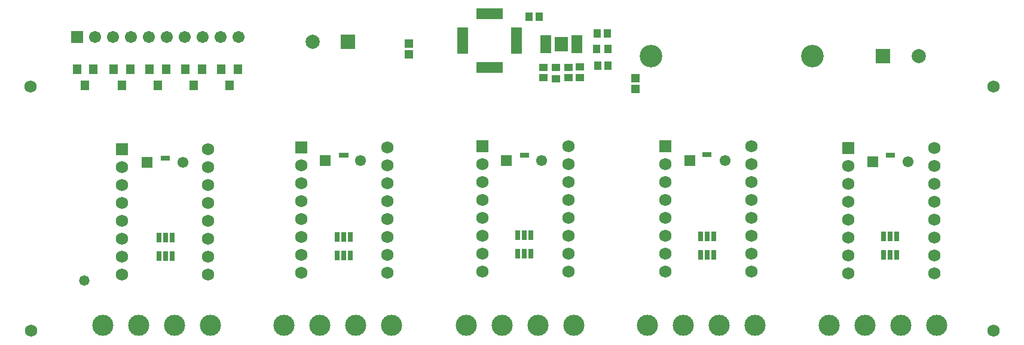
<source format=gbr>
G04 Layer_Color=8388736*
%FSLAX45Y45*%
%MOMM*%
%TF.FileFunction,Soldermask,Top*%
%TF.Part,Single*%
G01*
G75*
%TA.AperFunction,SMDPad,CuDef*%
%ADD36R,0.98320X1.18320*%
%ADD37R,1.18320X0.98320*%
%ADD38R,1.60320X3.80320*%
%ADD39R,3.80320X1.60320*%
%ADD40R,1.15320X1.10320*%
%ADD41R,1.22320X1.47320*%
%ADD42R,0.80320X1.35320*%
%ADD43R,1.14320X1.17320*%
%ADD44R,1.88320X2.08320*%
%ADD45R,1.62820X0.50320*%
%ADD46R,1.10320X1.15320*%
%ADD47R,0.67320X0.64320*%
%TA.AperFunction,ViaPad*%
%ADD48C,1.72720*%
%TA.AperFunction,ComponentPad*%
%ADD49C,2.99320*%
%ADD50R,2.00320X2.00320*%
%ADD51C,2.00320*%
%ADD52R,1.70320X1.70320*%
%ADD53C,1.70320*%
%ADD54R,1.55320X1.55320*%
%ADD55C,1.55320*%
%ADD56C,1.72720*%
%ADD57R,1.72720X1.72720*%
%ADD58C,3.20320*%
%TA.AperFunction,ViaPad*%
%ADD59C,1.47320*%
D36*
X10503200Y7442200D02*
D03*
X10363200D02*
D03*
X11468400Y7200900D02*
D03*
X11328400D02*
D03*
X11481100Y6743700D02*
D03*
X11341100D02*
D03*
D37*
X10922000Y6718600D02*
D03*
Y6578600D02*
D03*
X10566400Y6718600D02*
D03*
Y6578600D02*
D03*
D38*
X9424400Y7099300D02*
D03*
X10184400D02*
D03*
D39*
X9804400Y7479300D02*
D03*
Y6719300D02*
D03*
D40*
X10744200Y6718300D02*
D03*
Y6558300D02*
D03*
X11087100Y6731000D02*
D03*
Y6571000D02*
D03*
D41*
X6121400Y6464300D02*
D03*
X6006900Y6693300D02*
D03*
X6235900D02*
D03*
X5613400Y6464100D02*
D03*
X5498900Y6693100D02*
D03*
X5727900D02*
D03*
X5105400Y6464300D02*
D03*
X4990900Y6693300D02*
D03*
X5219900D02*
D03*
X4597400Y6464300D02*
D03*
X4482900Y6693300D02*
D03*
X4711900D02*
D03*
X4076700Y6464100D02*
D03*
X3962200Y6693100D02*
D03*
X4191200D02*
D03*
D42*
X5308600Y4045300D02*
D03*
X5213600D02*
D03*
X5118600D02*
D03*
Y4305300D02*
D03*
X5213600D02*
D03*
X5308600D02*
D03*
X7835400Y4051300D02*
D03*
X7740400D02*
D03*
X7645400D02*
D03*
Y4311300D02*
D03*
X7740400D02*
D03*
X7835400D02*
D03*
X10388600Y4076700D02*
D03*
X10293600D02*
D03*
X10198600D02*
D03*
Y4336700D02*
D03*
X10293600D02*
D03*
X10388600D02*
D03*
X12979401Y4064000D02*
D03*
X12884399D02*
D03*
X12789400D02*
D03*
Y4324000D02*
D03*
X12884399D02*
D03*
X12979401D02*
D03*
X15570200Y4064000D02*
D03*
X15475200D02*
D03*
X15380200D02*
D03*
Y4324000D02*
D03*
X15475200D02*
D03*
X15570200D02*
D03*
D43*
X8661400Y7058800D02*
D03*
Y6908800D02*
D03*
X11874500Y6563500D02*
D03*
Y6413500D02*
D03*
D44*
X10820400Y7048500D02*
D03*
D45*
X11041600Y7148500D02*
D03*
Y7098500D02*
D03*
Y7048500D02*
D03*
Y6998500D02*
D03*
Y6948500D02*
D03*
X10599200D02*
D03*
Y6998500D02*
D03*
Y7048500D02*
D03*
Y7098500D02*
D03*
Y7148500D02*
D03*
D46*
X11480800Y6985000D02*
D03*
X11320800D02*
D03*
D47*
X5245100Y5435600D02*
D03*
X5178100D02*
D03*
X15514799Y5473700D02*
D03*
X15447800D02*
D03*
X7772400D02*
D03*
X7705400D02*
D03*
X10333200D02*
D03*
X10266200D02*
D03*
X12915900Y5486400D02*
D03*
X12848900D02*
D03*
D48*
X16941800Y2984500D02*
D03*
Y6451600D02*
D03*
X3302000D02*
D03*
X3314700Y2984500D02*
D03*
D49*
X4330700Y3060700D02*
D03*
X4838700D02*
D03*
X5346700D02*
D03*
X5854700D02*
D03*
X6896100D02*
D03*
X7404100D02*
D03*
X7912100D02*
D03*
X8420100D02*
D03*
X9474200D02*
D03*
X9982200D02*
D03*
X10490200D02*
D03*
X10998200D02*
D03*
X12039600D02*
D03*
X12547600D02*
D03*
X13055600D02*
D03*
X13563600D02*
D03*
X14617700D02*
D03*
X15125700D02*
D03*
X15633701D02*
D03*
X16141701D02*
D03*
D50*
X7797800Y7086600D02*
D03*
X15379700Y6883400D02*
D03*
D51*
X7297800Y7086600D02*
D03*
X15879700Y6883400D02*
D03*
D52*
X3962400Y7150100D02*
D03*
D53*
X4216400D02*
D03*
X4724400D02*
D03*
X4978400D02*
D03*
X5232400D02*
D03*
X5486400D02*
D03*
X5740400D02*
D03*
X5994400D02*
D03*
X6248400D02*
D03*
X4470400D02*
D03*
D54*
X4957000Y5372101D02*
D03*
X15231300Y5384801D02*
D03*
X7475600Y5397501D02*
D03*
X10041000D02*
D03*
X12640500Y5397501D02*
D03*
D55*
X5457000Y5372099D02*
D03*
X15731300Y5384799D02*
D03*
X7975600Y5397500D02*
D03*
X10541000D02*
D03*
X13140500Y5397499D02*
D03*
D56*
X12293600Y5092700D02*
D03*
Y5346700D02*
D03*
Y4584700D02*
D03*
Y4076700D02*
D03*
Y4838700D02*
D03*
Y4330700D02*
D03*
Y3822700D02*
D03*
X13512801D02*
D03*
Y4330700D02*
D03*
Y4838700D02*
D03*
Y4076700D02*
D03*
Y4584700D02*
D03*
Y5600700D02*
D03*
Y5346700D02*
D03*
Y5092700D02*
D03*
X7137400Y5080000D02*
D03*
Y5334000D02*
D03*
Y4572000D02*
D03*
Y4064000D02*
D03*
Y4826000D02*
D03*
Y4318000D02*
D03*
Y3810000D02*
D03*
X8356600D02*
D03*
Y4318000D02*
D03*
Y4826000D02*
D03*
Y4064000D02*
D03*
Y4572000D02*
D03*
Y5588000D02*
D03*
Y5334000D02*
D03*
Y5080000D02*
D03*
X9702800Y5092700D02*
D03*
Y5346700D02*
D03*
Y4584700D02*
D03*
Y4076700D02*
D03*
Y4838700D02*
D03*
Y4330700D02*
D03*
Y3822700D02*
D03*
X10922000D02*
D03*
Y4330700D02*
D03*
Y4838700D02*
D03*
Y4076700D02*
D03*
Y4584700D02*
D03*
Y5600700D02*
D03*
Y5346700D02*
D03*
Y5092700D02*
D03*
X14884399Y5067300D02*
D03*
Y5321300D02*
D03*
Y4559300D02*
D03*
Y4051300D02*
D03*
Y4813300D02*
D03*
Y4305300D02*
D03*
Y3797300D02*
D03*
X16103600D02*
D03*
Y4305300D02*
D03*
Y4813300D02*
D03*
Y4051300D02*
D03*
Y4559300D02*
D03*
Y5575300D02*
D03*
Y5321300D02*
D03*
Y5067300D02*
D03*
X4597400Y5054600D02*
D03*
Y5308600D02*
D03*
Y4546600D02*
D03*
Y4038600D02*
D03*
Y4800600D02*
D03*
Y4292600D02*
D03*
Y3784600D02*
D03*
X5816600D02*
D03*
Y4292600D02*
D03*
Y4800600D02*
D03*
Y4038600D02*
D03*
Y4546600D02*
D03*
Y5562600D02*
D03*
Y5308600D02*
D03*
Y5054600D02*
D03*
D57*
X12293600Y5600700D02*
D03*
X7137400Y5588000D02*
D03*
X9702800Y5600700D02*
D03*
X14884399Y5575300D02*
D03*
X4597400Y5562600D02*
D03*
D58*
X12086400Y6883400D02*
D03*
X14376401D02*
D03*
D59*
X4064000Y3695700D02*
D03*
%TF.MD5,32878ceea81b693118c50bca0d301539*%
M02*

</source>
